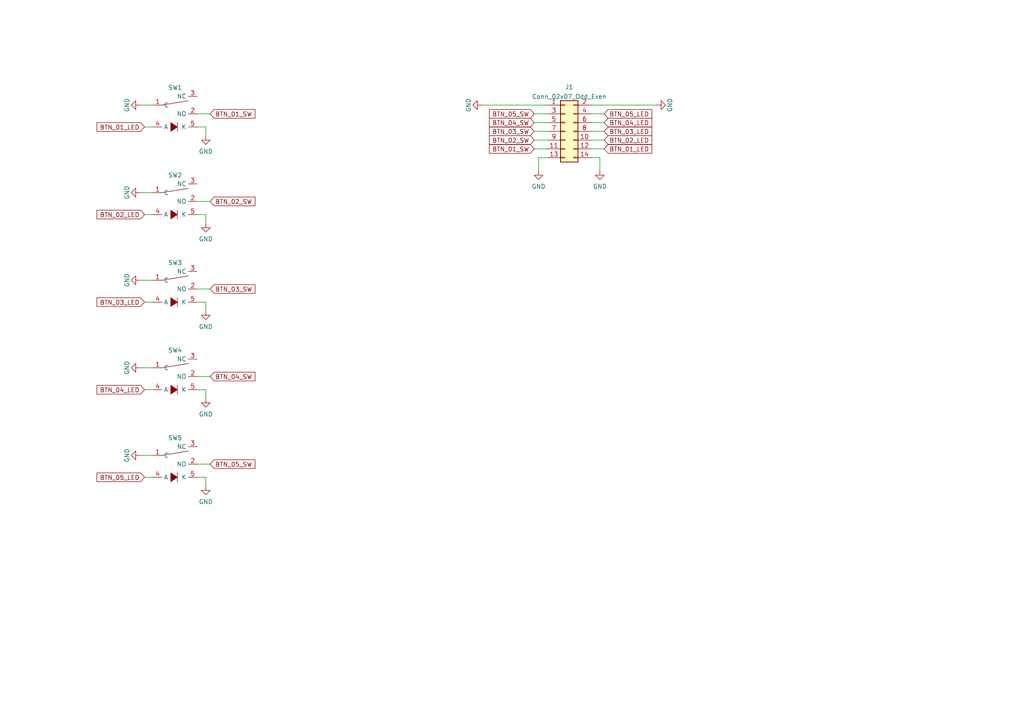
<source format=kicad_sch>
(kicad_sch (version 20211123) (generator eeschema)

  (uuid 9c2999b2-1cf1-4204-9d23-243401b77aa3)

  (paper "A4")

  (lib_symbols
    (symbol "Connector_Generic:Conn_02x07_Odd_Even" (pin_names (offset 1.016) hide) (in_bom yes) (on_board yes)
      (property "Reference" "J" (id 0) (at 1.27 10.16 0)
        (effects (font (size 1.27 1.27)))
      )
      (property "Value" "Conn_02x07_Odd_Even" (id 1) (at 1.27 -10.16 0)
        (effects (font (size 1.27 1.27)))
      )
      (property "Footprint" "" (id 2) (at 0 0 0)
        (effects (font (size 1.27 1.27)) hide)
      )
      (property "Datasheet" "~" (id 3) (at 0 0 0)
        (effects (font (size 1.27 1.27)) hide)
      )
      (property "ki_keywords" "connector" (id 4) (at 0 0 0)
        (effects (font (size 1.27 1.27)) hide)
      )
      (property "ki_description" "Generic connector, double row, 02x07, odd/even pin numbering scheme (row 1 odd numbers, row 2 even numbers), script generated (kicad-library-utils/schlib/autogen/connector/)" (id 5) (at 0 0 0)
        (effects (font (size 1.27 1.27)) hide)
      )
      (property "ki_fp_filters" "Connector*:*_2x??_*" (id 6) (at 0 0 0)
        (effects (font (size 1.27 1.27)) hide)
      )
      (symbol "Conn_02x07_Odd_Even_1_1"
        (rectangle (start -1.27 -7.493) (end 0 -7.747)
          (stroke (width 0.1524) (type default) (color 0 0 0 0))
          (fill (type none))
        )
        (rectangle (start -1.27 -4.953) (end 0 -5.207)
          (stroke (width 0.1524) (type default) (color 0 0 0 0))
          (fill (type none))
        )
        (rectangle (start -1.27 -2.413) (end 0 -2.667)
          (stroke (width 0.1524) (type default) (color 0 0 0 0))
          (fill (type none))
        )
        (rectangle (start -1.27 0.127) (end 0 -0.127)
          (stroke (width 0.1524) (type default) (color 0 0 0 0))
          (fill (type none))
        )
        (rectangle (start -1.27 2.667) (end 0 2.413)
          (stroke (width 0.1524) (type default) (color 0 0 0 0))
          (fill (type none))
        )
        (rectangle (start -1.27 5.207) (end 0 4.953)
          (stroke (width 0.1524) (type default) (color 0 0 0 0))
          (fill (type none))
        )
        (rectangle (start -1.27 7.747) (end 0 7.493)
          (stroke (width 0.1524) (type default) (color 0 0 0 0))
          (fill (type none))
        )
        (rectangle (start -1.27 8.89) (end 3.81 -8.89)
          (stroke (width 0.254) (type default) (color 0 0 0 0))
          (fill (type background))
        )
        (rectangle (start 3.81 -7.493) (end 2.54 -7.747)
          (stroke (width 0.1524) (type default) (color 0 0 0 0))
          (fill (type none))
        )
        (rectangle (start 3.81 -4.953) (end 2.54 -5.207)
          (stroke (width 0.1524) (type default) (color 0 0 0 0))
          (fill (type none))
        )
        (rectangle (start 3.81 -2.413) (end 2.54 -2.667)
          (stroke (width 0.1524) (type default) (color 0 0 0 0))
          (fill (type none))
        )
        (rectangle (start 3.81 0.127) (end 2.54 -0.127)
          (stroke (width 0.1524) (type default) (color 0 0 0 0))
          (fill (type none))
        )
        (rectangle (start 3.81 2.667) (end 2.54 2.413)
          (stroke (width 0.1524) (type default) (color 0 0 0 0))
          (fill (type none))
        )
        (rectangle (start 3.81 5.207) (end 2.54 4.953)
          (stroke (width 0.1524) (type default) (color 0 0 0 0))
          (fill (type none))
        )
        (rectangle (start 3.81 7.747) (end 2.54 7.493)
          (stroke (width 0.1524) (type default) (color 0 0 0 0))
          (fill (type none))
        )
        (pin passive line (at -5.08 7.62 0) (length 3.81)
          (name "Pin_1" (effects (font (size 1.27 1.27))))
          (number "1" (effects (font (size 1.27 1.27))))
        )
        (pin passive line (at 7.62 -2.54 180) (length 3.81)
          (name "Pin_10" (effects (font (size 1.27 1.27))))
          (number "10" (effects (font (size 1.27 1.27))))
        )
        (pin passive line (at -5.08 -5.08 0) (length 3.81)
          (name "Pin_11" (effects (font (size 1.27 1.27))))
          (number "11" (effects (font (size 1.27 1.27))))
        )
        (pin passive line (at 7.62 -5.08 180) (length 3.81)
          (name "Pin_12" (effects (font (size 1.27 1.27))))
          (number "12" (effects (font (size 1.27 1.27))))
        )
        (pin passive line (at -5.08 -7.62 0) (length 3.81)
          (name "Pin_13" (effects (font (size 1.27 1.27))))
          (number "13" (effects (font (size 1.27 1.27))))
        )
        (pin passive line (at 7.62 -7.62 180) (length 3.81)
          (name "Pin_14" (effects (font (size 1.27 1.27))))
          (number "14" (effects (font (size 1.27 1.27))))
        )
        (pin passive line (at 7.62 7.62 180) (length 3.81)
          (name "Pin_2" (effects (font (size 1.27 1.27))))
          (number "2" (effects (font (size 1.27 1.27))))
        )
        (pin passive line (at -5.08 5.08 0) (length 3.81)
          (name "Pin_3" (effects (font (size 1.27 1.27))))
          (number "3" (effects (font (size 1.27 1.27))))
        )
        (pin passive line (at 7.62 5.08 180) (length 3.81)
          (name "Pin_4" (effects (font (size 1.27 1.27))))
          (number "4" (effects (font (size 1.27 1.27))))
        )
        (pin passive line (at -5.08 2.54 0) (length 3.81)
          (name "Pin_5" (effects (font (size 1.27 1.27))))
          (number "5" (effects (font (size 1.27 1.27))))
        )
        (pin passive line (at 7.62 2.54 180) (length 3.81)
          (name "Pin_6" (effects (font (size 1.27 1.27))))
          (number "6" (effects (font (size 1.27 1.27))))
        )
        (pin passive line (at -5.08 0 0) (length 3.81)
          (name "Pin_7" (effects (font (size 1.27 1.27))))
          (number "7" (effects (font (size 1.27 1.27))))
        )
        (pin passive line (at 7.62 0 180) (length 3.81)
          (name "Pin_8" (effects (font (size 1.27 1.27))))
          (number "8" (effects (font (size 1.27 1.27))))
        )
        (pin passive line (at -5.08 -2.54 0) (length 3.81)
          (name "Pin_9" (effects (font (size 1.27 1.27))))
          (number "9" (effects (font (size 1.27 1.27))))
        )
      )
    )
    (symbol "kiu:PushButtonLED" (in_bom yes) (on_board yes)
      (property "Reference" "SW" (id 0) (at 0 7.62 0)
        (effects (font (size 1.27 1.27)))
      )
      (property "Value" "PushButtonLED" (id 1) (at 0 5.08 0)
        (effects (font (size 1.27 1.27)))
      )
      (property "Footprint" "" (id 2) (at 0 0 0)
        (effects (font (size 1.27 1.27)) hide)
      )
      (property "Datasheet" "" (id 3) (at 0 0 0)
        (effects (font (size 1.27 1.27)) hide)
      )
      (symbol "PushButtonLED_0_0"
        (polyline
          (pts
            (xy -3.81 0)
            (xy 3.81 1.27)
          )
          (stroke (width 0) (type default) (color 0 0 0 0))
          (fill (type none))
        )
        (polyline
          (pts
            (xy 0.635 -7.62)
            (xy 0.635 -5.08)
          )
          (stroke (width 0) (type default) (color 0 0 0 0))
          (fill (type none))
        )
        (polyline
          (pts
            (xy 0.635 -6.35)
            (xy -1.27 -7.62)
            (xy -1.27 -5.08)
            (xy 0.635 -6.35)
          )
          (stroke (width 0) (type default) (color 0 0 0 0))
          (fill (type outline))
        )
      )
      (symbol "PushButtonLED_0_1"
        (pin passive line (at -6.35 -6.35 0) (length 2.54)
          (name "A" (effects (font (size 1.27 1.27))))
          (number "4" (effects (font (size 1.27 1.27))))
        )
        (pin passive line (at 6.35 -6.35 180) (length 2.54)
          (name "K" (effects (font (size 1.27 1.27))))
          (number "5" (effects (font (size 1.27 1.27))))
        )
      )
      (symbol "PushButtonLED_1_1"
        (pin passive line (at -6.35 0 0) (length 2.54)
          (name "C" (effects (font (size 1.27 1.27))))
          (number "1" (effects (font (size 1.27 1.27))))
        )
        (pin passive line (at 6.35 -2.54 180) (length 2.54)
          (name "NO" (effects (font (size 1.27 1.27))))
          (number "2" (effects (font (size 1.27 1.27))))
        )
        (pin passive line (at 6.35 2.54 180) (length 2.54)
          (name "NC" (effects (font (size 1.27 1.27))))
          (number "3" (effects (font (size 1.27 1.27))))
        )
      )
    )
    (symbol "power:GND" (power) (pin_names (offset 0)) (in_bom yes) (on_board yes)
      (property "Reference" "#PWR" (id 0) (at 0 -6.35 0)
        (effects (font (size 1.27 1.27)) hide)
      )
      (property "Value" "GND" (id 1) (at 0 -3.81 0)
        (effects (font (size 1.27 1.27)))
      )
      (property "Footprint" "" (id 2) (at 0 0 0)
        (effects (font (size 1.27 1.27)) hide)
      )
      (property "Datasheet" "" (id 3) (at 0 0 0)
        (effects (font (size 1.27 1.27)) hide)
      )
      (property "ki_keywords" "power-flag" (id 4) (at 0 0 0)
        (effects (font (size 1.27 1.27)) hide)
      )
      (property "ki_description" "Power symbol creates a global label with name \"GND\" , ground" (id 5) (at 0 0 0)
        (effects (font (size 1.27 1.27)) hide)
      )
      (symbol "GND_0_1"
        (polyline
          (pts
            (xy 0 0)
            (xy 0 -1.27)
            (xy 1.27 -1.27)
            (xy 0 -2.54)
            (xy -1.27 -1.27)
            (xy 0 -1.27)
          )
          (stroke (width 0) (type default) (color 0 0 0 0))
          (fill (type none))
        )
      )
      (symbol "GND_1_1"
        (pin power_in line (at 0 0 270) (length 0) hide
          (name "GND" (effects (font (size 1.27 1.27))))
          (number "1" (effects (font (size 1.27 1.27))))
        )
      )
    )
  )


  (wire (pts (xy 57.15 113.03) (xy 59.69 113.03))
    (stroke (width 0) (type default) (color 0 0 0 0))
    (uuid 01cb3355-d0a5-4b37-934f-0a38773e46c7)
  )
  (wire (pts (xy 59.69 138.43) (xy 59.69 140.97))
    (stroke (width 0) (type default) (color 0 0 0 0))
    (uuid 02449b7f-8862-432e-81c3-a1347e8aedae)
  )
  (wire (pts (xy 57.15 62.23) (xy 59.69 62.23))
    (stroke (width 0) (type default) (color 0 0 0 0))
    (uuid 0c3f9258-be2b-48de-9259-170d3e5cce90)
  )
  (wire (pts (xy 40.64 55.88) (xy 44.45 55.88))
    (stroke (width 0) (type default) (color 0 0 0 0))
    (uuid 1c63909d-9c00-4849-a8bb-66d4457c444a)
  )
  (wire (pts (xy 41.91 62.23) (xy 44.45 62.23))
    (stroke (width 0) (type default) (color 0 0 0 0))
    (uuid 21830b92-c407-4ef4-9137-1c85c2319a4d)
  )
  (wire (pts (xy 171.45 40.64) (xy 175.26 40.64))
    (stroke (width 0) (type default) (color 0 0 0 0))
    (uuid 25693a16-b2fc-4d5f-9399-629dd6b319ae)
  )
  (wire (pts (xy 171.45 30.48) (xy 190.5 30.48))
    (stroke (width 0) (type default) (color 0 0 0 0))
    (uuid 28eb2027-6d9a-4962-9497-a4b3a97fc4a9)
  )
  (wire (pts (xy 171.45 33.02) (xy 175.26 33.02))
    (stroke (width 0) (type default) (color 0 0 0 0))
    (uuid 380bbec5-ea0f-4baa-a4a4-348dd430b627)
  )
  (wire (pts (xy 156.21 45.72) (xy 158.75 45.72))
    (stroke (width 0) (type default) (color 0 0 0 0))
    (uuid 38876367-4e81-42d9-b15b-0f9402cad500)
  )
  (wire (pts (xy 171.45 38.1) (xy 175.26 38.1))
    (stroke (width 0) (type default) (color 0 0 0 0))
    (uuid 4235db28-bcd2-4b7c-a263-28aa9a6cdfe8)
  )
  (wire (pts (xy 59.69 36.83) (xy 59.69 39.37))
    (stroke (width 0) (type default) (color 0 0 0 0))
    (uuid 4311174c-3154-4ce9-ba37-439eadd0193f)
  )
  (wire (pts (xy 57.15 109.22) (xy 60.96 109.22))
    (stroke (width 0) (type default) (color 0 0 0 0))
    (uuid 4727f838-4dc7-4ebf-aca7-a0940276ba57)
  )
  (wire (pts (xy 139.7 30.48) (xy 158.75 30.48))
    (stroke (width 0) (type default) (color 0 0 0 0))
    (uuid 4f5666f3-3d80-46bd-a01a-01015932d32b)
  )
  (wire (pts (xy 40.64 81.28) (xy 44.45 81.28))
    (stroke (width 0) (type default) (color 0 0 0 0))
    (uuid 50dc41c3-8b27-4c97-a015-539c0cb0677b)
  )
  (wire (pts (xy 57.15 138.43) (xy 59.69 138.43))
    (stroke (width 0) (type default) (color 0 0 0 0))
    (uuid 520e9cf1-d258-4e9e-aa1d-fb4ec561d986)
  )
  (wire (pts (xy 154.94 33.02) (xy 158.75 33.02))
    (stroke (width 0) (type default) (color 0 0 0 0))
    (uuid 536f4344-76cd-467f-b1c4-ee65750b6061)
  )
  (wire (pts (xy 59.69 113.03) (xy 59.69 115.57))
    (stroke (width 0) (type default) (color 0 0 0 0))
    (uuid 601c3f81-17e3-4523-a5ef-8f50361f470d)
  )
  (wire (pts (xy 154.94 38.1) (xy 158.75 38.1))
    (stroke (width 0) (type default) (color 0 0 0 0))
    (uuid 613f1354-df6e-433a-8a8e-ce370ce1de2b)
  )
  (wire (pts (xy 171.45 35.56) (xy 175.26 35.56))
    (stroke (width 0) (type default) (color 0 0 0 0))
    (uuid 68fa40c9-e539-4829-ad1d-554ea756e3dd)
  )
  (wire (pts (xy 57.15 87.63) (xy 59.69 87.63))
    (stroke (width 0) (type default) (color 0 0 0 0))
    (uuid 6d7e9164-afce-42ac-85ec-1f9296dfe394)
  )
  (wire (pts (xy 40.64 132.08) (xy 44.45 132.08))
    (stroke (width 0) (type default) (color 0 0 0 0))
    (uuid 78eb5fa0-1dc5-465b-8d0e-256cedc4784b)
  )
  (wire (pts (xy 57.15 83.82) (xy 60.96 83.82))
    (stroke (width 0) (type default) (color 0 0 0 0))
    (uuid 7e41b2f6-b000-4b6c-a0e6-ee2e2a43b776)
  )
  (wire (pts (xy 40.64 106.68) (xy 44.45 106.68))
    (stroke (width 0) (type default) (color 0 0 0 0))
    (uuid 7f95c272-c326-4699-b0fb-436f53af0f5a)
  )
  (wire (pts (xy 41.91 36.83) (xy 44.45 36.83))
    (stroke (width 0) (type default) (color 0 0 0 0))
    (uuid 85c24c60-5061-430c-a5ed-edcafaf624f4)
  )
  (wire (pts (xy 154.94 40.64) (xy 158.75 40.64))
    (stroke (width 0) (type default) (color 0 0 0 0))
    (uuid 8d75ffa7-3008-4946-8011-f6c5e05390c5)
  )
  (wire (pts (xy 173.99 45.72) (xy 173.99 49.53))
    (stroke (width 0) (type default) (color 0 0 0 0))
    (uuid 8ef02c90-d271-434e-adfd-84cd4ad33655)
  )
  (wire (pts (xy 171.45 43.18) (xy 175.26 43.18))
    (stroke (width 0) (type default) (color 0 0 0 0))
    (uuid 93784a8d-51e1-4118-87dd-0497fd506693)
  )
  (wire (pts (xy 171.45 45.72) (xy 173.99 45.72))
    (stroke (width 0) (type default) (color 0 0 0 0))
    (uuid 99c205a1-9d15-44b8-b4f0-d672dd81460d)
  )
  (wire (pts (xy 40.64 30.48) (xy 44.45 30.48))
    (stroke (width 0) (type default) (color 0 0 0 0))
    (uuid a9448424-4082-4aef-a649-a1e45036ce5a)
  )
  (wire (pts (xy 41.91 138.43) (xy 44.45 138.43))
    (stroke (width 0) (type default) (color 0 0 0 0))
    (uuid affae231-8672-4de3-9b93-3aad4cc066b3)
  )
  (wire (pts (xy 57.15 134.62) (xy 60.96 134.62))
    (stroke (width 0) (type default) (color 0 0 0 0))
    (uuid c06b51dc-3ac2-48a6-b1a7-50f67e8c0a9c)
  )
  (wire (pts (xy 57.15 33.02) (xy 60.96 33.02))
    (stroke (width 0) (type default) (color 0 0 0 0))
    (uuid c0aebf53-b76c-4c27-b567-739081003eeb)
  )
  (wire (pts (xy 154.94 43.18) (xy 158.75 43.18))
    (stroke (width 0) (type default) (color 0 0 0 0))
    (uuid c8fad29f-33d0-484c-a2e6-5c4e1f5f4dcf)
  )
  (wire (pts (xy 59.69 87.63) (xy 59.69 90.17))
    (stroke (width 0) (type default) (color 0 0 0 0))
    (uuid cce84d52-a27a-489c-a3a1-8673465e810b)
  )
  (wire (pts (xy 57.15 36.83) (xy 59.69 36.83))
    (stroke (width 0) (type default) (color 0 0 0 0))
    (uuid cede2045-ace8-4eb1-84d2-5f8b1b5f3ea5)
  )
  (wire (pts (xy 57.15 58.42) (xy 60.96 58.42))
    (stroke (width 0) (type default) (color 0 0 0 0))
    (uuid d75a1129-ebe5-47c7-b420-ce60efca8c12)
  )
  (wire (pts (xy 154.94 35.56) (xy 158.75 35.56))
    (stroke (width 0) (type default) (color 0 0 0 0))
    (uuid d76c829f-fc6a-4485-87e9-4199061a2104)
  )
  (wire (pts (xy 156.21 45.72) (xy 156.21 49.53))
    (stroke (width 0) (type default) (color 0 0 0 0))
    (uuid d8423d31-e0b8-40c7-825e-4ab6af9d6b84)
  )
  (wire (pts (xy 59.69 62.23) (xy 59.69 64.77))
    (stroke (width 0) (type default) (color 0 0 0 0))
    (uuid e4946259-4869-499c-8a6c-311ca76a35db)
  )
  (wire (pts (xy 41.91 113.03) (xy 44.45 113.03))
    (stroke (width 0) (type default) (color 0 0 0 0))
    (uuid ece43826-7c6d-4fd6-b73b-413a669d7386)
  )
  (wire (pts (xy 41.91 87.63) (xy 44.45 87.63))
    (stroke (width 0) (type default) (color 0 0 0 0))
    (uuid f8684aea-be3b-4c56-8991-1c498a189ba7)
  )

  (global_label "BTN_01_LED" (shape input) (at 41.91 36.83 180) (fields_autoplaced)
    (effects (font (size 1.27 1.27)) (justify right))
    (uuid 0d3e21be-1a7d-4203-ad2c-6efa8e1cbf2a)
    (property "Intersheet References" "${INTERSHEET_REFS}" (id 0) (at 28.1274 36.7506 0)
      (effects (font (size 1.27 1.27)) (justify right) hide)
    )
  )
  (global_label "BTN_03_LED" (shape input) (at 175.26 38.1 0) (fields_autoplaced)
    (effects (font (size 1.27 1.27)) (justify left))
    (uuid 1d756790-4bfb-4252-87a0-736b95478a1b)
    (property "Intersheet References" "${INTERSHEET_REFS}" (id 0) (at 189.0426 38.0206 0)
      (effects (font (size 1.27 1.27)) (justify left) hide)
    )
  )
  (global_label "BTN_02_SW" (shape input) (at 60.96 58.42 0) (fields_autoplaced)
    (effects (font (size 1.27 1.27)) (justify left))
    (uuid 453519c4-445f-495b-8fee-225f9961bb50)
    (property "Intersheet References" "${INTERSHEET_REFS}" (id 0) (at 73.9564 58.3406 0)
      (effects (font (size 1.27 1.27)) (justify left) hide)
    )
  )
  (global_label "BTN_04_SW" (shape input) (at 60.96 109.22 0) (fields_autoplaced)
    (effects (font (size 1.27 1.27)) (justify left))
    (uuid 463216db-6ce4-4bc3-b911-4f398f30cd69)
    (property "Intersheet References" "${INTERSHEET_REFS}" (id 0) (at 73.9564 109.1406 0)
      (effects (font (size 1.27 1.27)) (justify left) hide)
    )
  )
  (global_label "BTN_05_SW" (shape input) (at 154.94 33.02 180) (fields_autoplaced)
    (effects (font (size 1.27 1.27)) (justify right))
    (uuid 46ee9aa3-1469-4f4c-8f6a-e26fd224d54f)
    (property "Intersheet References" "${INTERSHEET_REFS}" (id 0) (at 141.9436 32.9406 0)
      (effects (font (size 1.27 1.27)) (justify right) hide)
    )
  )
  (global_label "BTN_04_LED" (shape input) (at 41.91 113.03 180) (fields_autoplaced)
    (effects (font (size 1.27 1.27)) (justify right))
    (uuid 4f4d591f-bccd-4d8c-9582-6ca2f6732688)
    (property "Intersheet References" "${INTERSHEET_REFS}" (id 0) (at 28.1274 112.9506 0)
      (effects (font (size 1.27 1.27)) (justify right) hide)
    )
  )
  (global_label "BTN_04_SW" (shape input) (at 154.94 35.56 180) (fields_autoplaced)
    (effects (font (size 1.27 1.27)) (justify right))
    (uuid 507bbc72-00a5-4c90-85c1-e98dbf651efa)
    (property "Intersheet References" "${INTERSHEET_REFS}" (id 0) (at 141.9436 35.4806 0)
      (effects (font (size 1.27 1.27)) (justify right) hide)
    )
  )
  (global_label "BTN_03_SW" (shape input) (at 60.96 83.82 0) (fields_autoplaced)
    (effects (font (size 1.27 1.27)) (justify left))
    (uuid 50c09c86-1d17-4cdb-824e-23f270a46cc6)
    (property "Intersheet References" "${INTERSHEET_REFS}" (id 0) (at 73.9564 83.7406 0)
      (effects (font (size 1.27 1.27)) (justify left) hide)
    )
  )
  (global_label "BTN_05_LED" (shape input) (at 41.91 138.43 180) (fields_autoplaced)
    (effects (font (size 1.27 1.27)) (justify right))
    (uuid 5e97a57e-8e2c-4e29-9302-6067f2e87b8c)
    (property "Intersheet References" "${INTERSHEET_REFS}" (id 0) (at 28.1274 138.3506 0)
      (effects (font (size 1.27 1.27)) (justify right) hide)
    )
  )
  (global_label "BTN_02_LED" (shape input) (at 175.26 40.64 0) (fields_autoplaced)
    (effects (font (size 1.27 1.27)) (justify left))
    (uuid 87eb8299-c72e-469b-b803-bf023977af16)
    (property "Intersheet References" "${INTERSHEET_REFS}" (id 0) (at 189.0426 40.5606 0)
      (effects (font (size 1.27 1.27)) (justify left) hide)
    )
  )
  (global_label "BTN_04_LED" (shape input) (at 175.26 35.56 0) (fields_autoplaced)
    (effects (font (size 1.27 1.27)) (justify left))
    (uuid 94e5f1a2-f874-43d8-8e97-19d7c4c46105)
    (property "Intersheet References" "${INTERSHEET_REFS}" (id 0) (at 189.0426 35.4806 0)
      (effects (font (size 1.27 1.27)) (justify left) hide)
    )
  )
  (global_label "BTN_02_LED" (shape input) (at 41.91 62.23 180) (fields_autoplaced)
    (effects (font (size 1.27 1.27)) (justify right))
    (uuid a5dd618b-2c21-43ff-869c-6eee7b863379)
    (property "Intersheet References" "${INTERSHEET_REFS}" (id 0) (at 28.1274 62.1506 0)
      (effects (font (size 1.27 1.27)) (justify right) hide)
    )
  )
  (global_label "BTN_05_SW" (shape input) (at 60.96 134.62 0) (fields_autoplaced)
    (effects (font (size 1.27 1.27)) (justify left))
    (uuid a63aad91-8157-4535-86aa-3d62deae3879)
    (property "Intersheet References" "${INTERSHEET_REFS}" (id 0) (at 73.9564 134.5406 0)
      (effects (font (size 1.27 1.27)) (justify left) hide)
    )
  )
  (global_label "BTN_03_LED" (shape input) (at 41.91 87.63 180) (fields_autoplaced)
    (effects (font (size 1.27 1.27)) (justify right))
    (uuid a83d7b77-f15e-47c7-91e8-07a3c7db3211)
    (property "Intersheet References" "${INTERSHEET_REFS}" (id 0) (at 28.1274 87.5506 0)
      (effects (font (size 1.27 1.27)) (justify right) hide)
    )
  )
  (global_label "BTN_01_LED" (shape input) (at 175.26 43.18 0) (fields_autoplaced)
    (effects (font (size 1.27 1.27)) (justify left))
    (uuid b82b2b73-b129-4732-9ce3-44a7d1769108)
    (property "Intersheet References" "${INTERSHEET_REFS}" (id 0) (at 189.0426 43.2594 0)
      (effects (font (size 1.27 1.27)) (justify left) hide)
    )
  )
  (global_label "BTN_03_SW" (shape input) (at 154.94 38.1 180) (fields_autoplaced)
    (effects (font (size 1.27 1.27)) (justify right))
    (uuid be6e4fb7-75a8-47f6-877f-1103c76cb164)
    (property "Intersheet References" "${INTERSHEET_REFS}" (id 0) (at 141.9436 38.0206 0)
      (effects (font (size 1.27 1.27)) (justify right) hide)
    )
  )
  (global_label "BTN_01_SW" (shape input) (at 154.94 43.18 180) (fields_autoplaced)
    (effects (font (size 1.27 1.27)) (justify right))
    (uuid d7152c47-f6c9-46dd-977b-18a24c3088bc)
    (property "Intersheet References" "${INTERSHEET_REFS}" (id 0) (at 141.9436 43.2594 0)
      (effects (font (size 1.27 1.27)) (justify right) hide)
    )
  )
  (global_label "BTN_01_SW" (shape input) (at 60.96 33.02 0) (fields_autoplaced)
    (effects (font (size 1.27 1.27)) (justify left))
    (uuid e554afbf-58b9-4e57-a2d3-1bad718ad83d)
    (property "Intersheet References" "${INTERSHEET_REFS}" (id 0) (at 73.9564 32.9406 0)
      (effects (font (size 1.27 1.27)) (justify left) hide)
    )
  )
  (global_label "BTN_05_LED" (shape input) (at 175.26 33.02 0) (fields_autoplaced)
    (effects (font (size 1.27 1.27)) (justify left))
    (uuid f40c9544-a22f-4b29-a4ce-11453972f7be)
    (property "Intersheet References" "${INTERSHEET_REFS}" (id 0) (at 189.0426 32.9406 0)
      (effects (font (size 1.27 1.27)) (justify left) hide)
    )
  )
  (global_label "BTN_02_SW" (shape input) (at 154.94 40.64 180) (fields_autoplaced)
    (effects (font (size 1.27 1.27)) (justify right))
    (uuid fc6e763f-75d3-422f-ba03-c20880863b43)
    (property "Intersheet References" "${INTERSHEET_REFS}" (id 0) (at 141.9436 40.5606 0)
      (effects (font (size 1.27 1.27)) (justify right) hide)
    )
  )

  (symbol (lib_id "kiu:PushButtonLED") (at 50.8 30.48 0) (unit 1)
    (in_bom yes) (on_board yes)
    (uuid 0245a660-38c3-472e-ac68-f4907508511e)
    (property "Reference" "SW1" (id 0) (at 50.8 25.4 0))
    (property "Value" "PushButtonLED" (id 1) (at 50.8 26.8756 0)
      (effects (font (size 1.27 1.27)) hide)
    )
    (property "Footprint" "kiu-footprints:PushButtonLED18" (id 2) (at 50.8 30.48 0)
      (effects (font (size 1.27 1.27)) hide)
    )
    (property "Datasheet" "" (id 3) (at 50.8 30.48 0)
      (effects (font (size 1.27 1.27)) hide)
    )
    (pin "4" (uuid 955b6de8-de98-4016-a1b9-f7b9ac4b9c04))
    (pin "5" (uuid 5d04dd07-5429-4946-8ba2-d41724e6f7bf))
    (pin "1" (uuid deb2c260-0082-4ad8-9b6b-9e11670b4b40))
    (pin "2" (uuid dee35338-dd10-4116-91e4-2b45185297ba))
    (pin "3" (uuid da32ab22-ae78-4fbd-8ff8-f259ea0cda7c))
  )

  (symbol (lib_id "power:GND") (at 59.69 115.57 0) (unit 1)
    (in_bom yes) (on_board yes) (fields_autoplaced)
    (uuid 02b0466f-10c5-436e-9d50-71a61edc1115)
    (property "Reference" "#PWR0111" (id 0) (at 59.69 121.92 0)
      (effects (font (size 1.27 1.27)) hide)
    )
    (property "Value" "GND" (id 1) (at 59.69 120.1325 0))
    (property "Footprint" "" (id 2) (at 59.69 115.57 0)
      (effects (font (size 1.27 1.27)) hide)
    )
    (property "Datasheet" "" (id 3) (at 59.69 115.57 0)
      (effects (font (size 1.27 1.27)) hide)
    )
    (pin "1" (uuid cd403beb-0dd5-4ede-8e78-46759fafbde5))
  )

  (symbol (lib_id "Connector_Generic:Conn_02x07_Odd_Even") (at 163.83 38.1 0) (unit 1)
    (in_bom yes) (on_board yes) (fields_autoplaced)
    (uuid 1bc69943-163a-4f23-a1b2-869455d3610c)
    (property "Reference" "J1" (id 0) (at 165.1 25.2435 0))
    (property "Value" "Conn_02x07_Odd_Even" (id 1) (at 165.1 28.0186 0))
    (property "Footprint" "Connector_IDC:IDC-Header_2x07_P2.54mm_Horizontal" (id 2) (at 163.83 38.1 0)
      (effects (font (size 1.27 1.27)) hide)
    )
    (property "Datasheet" "~" (id 3) (at 163.83 38.1 0)
      (effects (font (size 1.27 1.27)) hide)
    )
    (pin "1" (uuid b5ea13a8-3e37-4201-b115-0647094f76a8))
    (pin "10" (uuid 229089b5-d96a-45a7-930c-5b21e68180d7))
    (pin "11" (uuid 60af2486-27b0-4394-8b74-bf0b63a58ade))
    (pin "12" (uuid 642bef19-f089-4145-8521-0c78a2141a57))
    (pin "13" (uuid 93ebecb5-a9cc-4d2c-95d6-f1997abc5a8e))
    (pin "14" (uuid 5e707534-c918-46f7-a5cb-689e5a18b5bb))
    (pin "2" (uuid 6f80fbb2-ac4c-4cbd-929c-985047ad8ccc))
    (pin "3" (uuid e7a006ce-0f82-4892-91e0-922dbe7a9a24))
    (pin "4" (uuid 3836c63d-ca60-4e8e-a339-40980bdccc31))
    (pin "5" (uuid 288344de-d424-4b26-b740-94d18e9ae516))
    (pin "6" (uuid eec00f97-9726-4990-8aef-95005e7267d9))
    (pin "7" (uuid 1ddaccf1-4d0b-44e5-b2c4-dfcabfdb2934))
    (pin "8" (uuid 58633a66-53a7-4a80-bb62-9adf9147da29))
    (pin "9" (uuid d23ca5ac-bc4d-44a2-90ac-0b3eaa4af6f8))
  )

  (symbol (lib_id "power:GND") (at 59.69 64.77 0) (unit 1)
    (in_bom yes) (on_board yes) (fields_autoplaced)
    (uuid 31693bcb-e71c-4eae-ac61-1ee67b70608e)
    (property "Reference" "#PWR0101" (id 0) (at 59.69 71.12 0)
      (effects (font (size 1.27 1.27)) hide)
    )
    (property "Value" "GND" (id 1) (at 59.69 69.3325 0))
    (property "Footprint" "" (id 2) (at 59.69 64.77 0)
      (effects (font (size 1.27 1.27)) hide)
    )
    (property "Datasheet" "" (id 3) (at 59.69 64.77 0)
      (effects (font (size 1.27 1.27)) hide)
    )
    (pin "1" (uuid b6eec7a3-74c8-446d-9020-61884eab3e22))
  )

  (symbol (lib_id "power:GND") (at 40.64 132.08 270) (unit 1)
    (in_bom yes) (on_board yes)
    (uuid 37342ce6-e6a6-4d0a-8c8c-c1b9177ac622)
    (property "Reference" "#PWR0112" (id 0) (at 34.29 132.08 0)
      (effects (font (size 1.27 1.27)) hide)
    )
    (property "Value" "GND" (id 1) (at 36.83 132.08 0))
    (property "Footprint" "" (id 2) (at 40.64 132.08 0)
      (effects (font (size 1.27 1.27)) hide)
    )
    (property "Datasheet" "" (id 3) (at 40.64 132.08 0)
      (effects (font (size 1.27 1.27)) hide)
    )
    (pin "1" (uuid 940cd4e4-73a2-49e9-9314-1a4ec55b2abb))
  )

  (symbol (lib_id "power:GND") (at 59.69 90.17 0) (unit 1)
    (in_bom yes) (on_board yes) (fields_autoplaced)
    (uuid 405ff6a8-fdb3-4c39-b86c-6bc673867694)
    (property "Reference" "#PWR0102" (id 0) (at 59.69 96.52 0)
      (effects (font (size 1.27 1.27)) hide)
    )
    (property "Value" "GND" (id 1) (at 59.69 94.7325 0))
    (property "Footprint" "" (id 2) (at 59.69 90.17 0)
      (effects (font (size 1.27 1.27)) hide)
    )
    (property "Datasheet" "" (id 3) (at 59.69 90.17 0)
      (effects (font (size 1.27 1.27)) hide)
    )
    (pin "1" (uuid ae986c4b-a0b4-496f-b69c-688648bf62bd))
  )

  (symbol (lib_id "kiu:PushButtonLED") (at 50.8 55.88 0) (unit 1)
    (in_bom yes) (on_board yes)
    (uuid 41012f7d-ba65-4723-a315-4ded91405182)
    (property "Reference" "SW2" (id 0) (at 50.8 50.8 0))
    (property "Value" "PushButtonLED" (id 1) (at 50.8 52.2756 0)
      (effects (font (size 1.27 1.27)) hide)
    )
    (property "Footprint" "kiu-footprints:PushButtonLED18" (id 2) (at 50.8 55.88 0)
      (effects (font (size 1.27 1.27)) hide)
    )
    (property "Datasheet" "" (id 3) (at 50.8 55.88 0)
      (effects (font (size 1.27 1.27)) hide)
    )
    (pin "4" (uuid ef8f4047-cb55-48f3-a860-37909f8f1ff7))
    (pin "5" (uuid 046e1274-446d-4276-82d9-0937d3d4ea15))
    (pin "1" (uuid 89477fbe-9f1f-4284-99de-73ccb1bcefb7))
    (pin "2" (uuid 944db7da-8c18-42e9-9fd4-37895fd203fd))
    (pin "3" (uuid 64fe716b-d516-417e-b154-84fedfefa893))
  )

  (symbol (lib_id "power:GND") (at 190.5 30.48 90) (unit 1)
    (in_bom yes) (on_board yes)
    (uuid 60de6f28-5880-4bb8-bd3a-47f9428e1ec4)
    (property "Reference" "#PWR0114" (id 0) (at 196.85 30.48 0)
      (effects (font (size 1.27 1.27)) hide)
    )
    (property "Value" "GND" (id 1) (at 194.31 30.48 0))
    (property "Footprint" "" (id 2) (at 190.5 30.48 0)
      (effects (font (size 1.27 1.27)) hide)
    )
    (property "Datasheet" "" (id 3) (at 190.5 30.48 0)
      (effects (font (size 1.27 1.27)) hide)
    )
    (pin "1" (uuid 6bbb5f24-1cdc-4c09-8f1c-68c0eb3ccc4e))
  )

  (symbol (lib_id "power:GND") (at 156.21 49.53 0) (unit 1)
    (in_bom yes) (on_board yes) (fields_autoplaced)
    (uuid 8a2a26e6-e396-4f1b-a32a-3291a6d9c8b3)
    (property "Reference" "#PWR0108" (id 0) (at 156.21 55.88 0)
      (effects (font (size 1.27 1.27)) hide)
    )
    (property "Value" "GND" (id 1) (at 156.21 54.0925 0))
    (property "Footprint" "" (id 2) (at 156.21 49.53 0)
      (effects (font (size 1.27 1.27)) hide)
    )
    (property "Datasheet" "" (id 3) (at 156.21 49.53 0)
      (effects (font (size 1.27 1.27)) hide)
    )
    (pin "1" (uuid bdb6d313-a6d0-429c-82c7-5cc466cb52cf))
  )

  (symbol (lib_id "kiu:PushButtonLED") (at 50.8 132.08 0) (unit 1)
    (in_bom yes) (on_board yes)
    (uuid a5c8fc28-33d3-4347-8718-203fec0f1a03)
    (property "Reference" "SW5" (id 0) (at 50.8 127 0))
    (property "Value" "PushButtonLED" (id 1) (at 50.8 128.4756 0)
      (effects (font (size 1.27 1.27)) hide)
    )
    (property "Footprint" "kiu-footprints:PushButtonLED24" (id 2) (at 50.8 132.08 0)
      (effects (font (size 1.27 1.27)) hide)
    )
    (property "Datasheet" "" (id 3) (at 50.8 132.08 0)
      (effects (font (size 1.27 1.27)) hide)
    )
    (pin "4" (uuid 55040de0-0d8f-4b4d-bfb9-5166548cd749))
    (pin "5" (uuid f524852d-06a7-44f9-85e9-c9bf2b36f721))
    (pin "1" (uuid 4b230297-d242-4d50-b0da-caf7751fdd01))
    (pin "2" (uuid 0be3cd4e-3173-44e7-ad41-6f9ce2bf1b1d))
    (pin "3" (uuid 59a89630-a9c8-449e-bedd-813615e59f25))
  )

  (symbol (lib_id "power:GND") (at 40.64 55.88 270) (unit 1)
    (in_bom yes) (on_board yes)
    (uuid aaa8b535-366a-43cb-95b5-4b40d7d9a053)
    (property "Reference" "#PWR0106" (id 0) (at 34.29 55.88 0)
      (effects (font (size 1.27 1.27)) hide)
    )
    (property "Value" "GND" (id 1) (at 36.83 55.88 0))
    (property "Footprint" "" (id 2) (at 40.64 55.88 0)
      (effects (font (size 1.27 1.27)) hide)
    )
    (property "Datasheet" "" (id 3) (at 40.64 55.88 0)
      (effects (font (size 1.27 1.27)) hide)
    )
    (pin "1" (uuid a78396b9-14f0-4aac-aab3-0255baa72231))
  )

  (symbol (lib_id "power:GND") (at 173.99 49.53 0) (unit 1)
    (in_bom yes) (on_board yes) (fields_autoplaced)
    (uuid afc2aba8-f892-45e7-be8b-0de6552bc8c7)
    (property "Reference" "#PWR0107" (id 0) (at 173.99 55.88 0)
      (effects (font (size 1.27 1.27)) hide)
    )
    (property "Value" "GND" (id 1) (at 173.99 54.0925 0))
    (property "Footprint" "" (id 2) (at 173.99 49.53 0)
      (effects (font (size 1.27 1.27)) hide)
    )
    (property "Datasheet" "" (id 3) (at 173.99 49.53 0)
      (effects (font (size 1.27 1.27)) hide)
    )
    (pin "1" (uuid b2639169-8960-4565-ad66-f35541d34168))
  )

  (symbol (lib_id "kiu:PushButtonLED") (at 50.8 81.28 0) (unit 1)
    (in_bom yes) (on_board yes)
    (uuid b16ef1b2-ae1a-4bc5-a0c7-76416c0276e3)
    (property "Reference" "SW3" (id 0) (at 50.8 76.2 0))
    (property "Value" "PushButtonLED" (id 1) (at 50.8 77.6756 0)
      (effects (font (size 1.27 1.27)) hide)
    )
    (property "Footprint" "kiu-footprints:PushButtonLED18" (id 2) (at 50.8 81.28 0)
      (effects (font (size 1.27 1.27)) hide)
    )
    (property "Datasheet" "" (id 3) (at 50.8 81.28 0)
      (effects (font (size 1.27 1.27)) hide)
    )
    (pin "4" (uuid 331223f1-32c7-4606-9369-2f7db3d8db12))
    (pin "5" (uuid ffd7b6ed-4538-4de7-8426-41e9a5ddfdf6))
    (pin "1" (uuid 717a915d-3a2f-48b9-990d-07bd4cfd0bc0))
    (pin "2" (uuid 97371897-2006-4e79-9aae-9fd7ac15e472))
    (pin "3" (uuid ac913db1-b55c-43d0-accc-5d74789eedd2))
  )

  (symbol (lib_id "power:GND") (at 40.64 30.48 270) (unit 1)
    (in_bom yes) (on_board yes)
    (uuid c383d68b-be34-47ce-9e43-6c0f28210846)
    (property "Reference" "#PWR0104" (id 0) (at 34.29 30.48 0)
      (effects (font (size 1.27 1.27)) hide)
    )
    (property "Value" "GND" (id 1) (at 36.83 30.48 0))
    (property "Footprint" "" (id 2) (at 40.64 30.48 0)
      (effects (font (size 1.27 1.27)) hide)
    )
    (property "Datasheet" "" (id 3) (at 40.64 30.48 0)
      (effects (font (size 1.27 1.27)) hide)
    )
    (pin "1" (uuid 677f9e1e-7706-40aa-a9ae-0517c7100400))
  )

  (symbol (lib_id "power:GND") (at 139.7 30.48 270) (unit 1)
    (in_bom yes) (on_board yes)
    (uuid cf95b885-b799-47a5-9fa5-79d0451612e4)
    (property "Reference" "#PWR0113" (id 0) (at 133.35 30.48 0)
      (effects (font (size 1.27 1.27)) hide)
    )
    (property "Value" "GND" (id 1) (at 135.89 30.48 0))
    (property "Footprint" "" (id 2) (at 139.7 30.48 0)
      (effects (font (size 1.27 1.27)) hide)
    )
    (property "Datasheet" "" (id 3) (at 139.7 30.48 0)
      (effects (font (size 1.27 1.27)) hide)
    )
    (pin "1" (uuid 79cca9d5-d2fb-410a-aeed-64f27cf1aabf))
  )

  (symbol (lib_id "power:GND") (at 59.69 39.37 0) (unit 1)
    (in_bom yes) (on_board yes) (fields_autoplaced)
    (uuid d1587487-4d17-465c-b532-8b1b991eb3c0)
    (property "Reference" "#PWR0103" (id 0) (at 59.69 45.72 0)
      (effects (font (size 1.27 1.27)) hide)
    )
    (property "Value" "GND" (id 1) (at 59.69 43.9325 0))
    (property "Footprint" "" (id 2) (at 59.69 39.37 0)
      (effects (font (size 1.27 1.27)) hide)
    )
    (property "Datasheet" "" (id 3) (at 59.69 39.37 0)
      (effects (font (size 1.27 1.27)) hide)
    )
    (pin "1" (uuid eec01465-359d-4f5d-bf24-37c9f2a7afe3))
  )

  (symbol (lib_id "power:GND") (at 40.64 106.68 270) (unit 1)
    (in_bom yes) (on_board yes)
    (uuid d288d190-19fb-4a2a-8eb1-fb0d328e5db6)
    (property "Reference" "#PWR0110" (id 0) (at 34.29 106.68 0)
      (effects (font (size 1.27 1.27)) hide)
    )
    (property "Value" "GND" (id 1) (at 36.83 106.68 0))
    (property "Footprint" "" (id 2) (at 40.64 106.68 0)
      (effects (font (size 1.27 1.27)) hide)
    )
    (property "Datasheet" "" (id 3) (at 40.64 106.68 0)
      (effects (font (size 1.27 1.27)) hide)
    )
    (pin "1" (uuid a35b6ec1-9ce9-4edd-918f-eacbfdb1eb7e))
  )

  (symbol (lib_id "power:GND") (at 59.69 140.97 0) (unit 1)
    (in_bom yes) (on_board yes) (fields_autoplaced)
    (uuid d361dbbf-ab91-4240-9a66-929cc79b7780)
    (property "Reference" "#PWR0109" (id 0) (at 59.69 147.32 0)
      (effects (font (size 1.27 1.27)) hide)
    )
    (property "Value" "GND" (id 1) (at 59.69 145.5325 0))
    (property "Footprint" "" (id 2) (at 59.69 140.97 0)
      (effects (font (size 1.27 1.27)) hide)
    )
    (property "Datasheet" "" (id 3) (at 59.69 140.97 0)
      (effects (font (size 1.27 1.27)) hide)
    )
    (pin "1" (uuid 4ffacb6f-db51-4e6f-9006-4be2617fa73c))
  )

  (symbol (lib_id "power:GND") (at 40.64 81.28 270) (unit 1)
    (in_bom yes) (on_board yes)
    (uuid f7c0c0a8-d63f-41e2-a419-f0043106dd3b)
    (property "Reference" "#PWR0105" (id 0) (at 34.29 81.28 0)
      (effects (font (size 1.27 1.27)) hide)
    )
    (property "Value" "GND" (id 1) (at 36.83 81.28 0))
    (property "Footprint" "" (id 2) (at 40.64 81.28 0)
      (effects (font (size 1.27 1.27)) hide)
    )
    (property "Datasheet" "" (id 3) (at 40.64 81.28 0)
      (effects (font (size 1.27 1.27)) hide)
    )
    (pin "1" (uuid 93448686-1aa4-4e67-a15e-43f64c4e0929))
  )

  (symbol (lib_id "kiu:PushButtonLED") (at 50.8 106.68 0) (unit 1)
    (in_bom yes) (on_board yes)
    (uuid fbd9af3c-0492-49c5-9692-f715e38f0e1a)
    (property "Reference" "SW4" (id 0) (at 50.8 101.6 0))
    (property "Value" "PushButtonLED" (id 1) (at 50.8 103.0756 0)
      (effects (font (size 1.27 1.27)) hide)
    )
    (property "Footprint" "kiu-footprints:PushButtonLED18" (id 2) (at 50.8 106.68 0)
      (effects (font (size 1.27 1.27)) hide)
    )
    (property "Datasheet" "" (id 3) (at 50.8 106.68 0)
      (effects (font (size 1.27 1.27)) hide)
    )
    (pin "4" (uuid 2e92596f-e19d-4bd0-8c51-e2ccbddb96d8))
    (pin "5" (uuid 40bc1635-48d4-465c-8058-ae580bdda0b5))
    (pin "1" (uuid d3ffd266-aa72-4bf8-b61f-3753bfa48e68))
    (pin "2" (uuid dfe40997-bd05-4daa-83c7-74144ff257a3))
    (pin "3" (uuid ce7f7e47-e5c4-4eb3-9338-fde2ab6a5e69))
  )

  (sheet_instances
    (path "/" (page "1"))
  )

  (symbol_instances
    (path "/31693bcb-e71c-4eae-ac61-1ee67b70608e"
      (reference "#PWR0101") (unit 1) (value "GND") (footprint "")
    )
    (path "/405ff6a8-fdb3-4c39-b86c-6bc673867694"
      (reference "#PWR0102") (unit 1) (value "GND") (footprint "")
    )
    (path "/d1587487-4d17-465c-b532-8b1b991eb3c0"
      (reference "#PWR0103") (unit 1) (value "GND") (footprint "")
    )
    (path "/c383d68b-be34-47ce-9e43-6c0f28210846"
      (reference "#PWR0104") (unit 1) (value "GND") (footprint "")
    )
    (path "/f7c0c0a8-d63f-41e2-a419-f0043106dd3b"
      (reference "#PWR0105") (unit 1) (value "GND") (footprint "")
    )
    (path "/aaa8b535-366a-43cb-95b5-4b40d7d9a053"
      (reference "#PWR0106") (unit 1) (value "GND") (footprint "")
    )
    (path "/afc2aba8-f892-45e7-be8b-0de6552bc8c7"
      (reference "#PWR0107") (unit 1) (value "GND") (footprint "")
    )
    (path "/8a2a26e6-e396-4f1b-a32a-3291a6d9c8b3"
      (reference "#PWR0108") (unit 1) (value "GND") (footprint "")
    )
    (path "/d361dbbf-ab91-4240-9a66-929cc79b7780"
      (reference "#PWR0109") (unit 1) (value "GND") (footprint "")
    )
    (path "/d288d190-19fb-4a2a-8eb1-fb0d328e5db6"
      (reference "#PWR0110") (unit 1) (value "GND") (footprint "")
    )
    (path "/02b0466f-10c5-436e-9d50-71a61edc1115"
      (reference "#PWR0111") (unit 1) (value "GND") (footprint "")
    )
    (path "/37342ce6-e6a6-4d0a-8c8c-c1b9177ac622"
      (reference "#PWR0112") (unit 1) (value "GND") (footprint "")
    )
    (path "/cf95b885-b799-47a5-9fa5-79d0451612e4"
      (reference "#PWR0113") (unit 1) (value "GND") (footprint "")
    )
    (path "/60de6f28-5880-4bb8-bd3a-47f9428e1ec4"
      (reference "#PWR0114") (unit 1) (value "GND") (footprint "")
    )
    (path "/1bc69943-163a-4f23-a1b2-869455d3610c"
      (reference "J1") (unit 1) (value "Conn_02x07_Odd_Even") (footprint "Connector_IDC:IDC-Header_2x07_P2.54mm_Horizontal")
    )
    (path "/0245a660-38c3-472e-ac68-f4907508511e"
      (reference "SW1") (unit 1) (value "PushButtonLED") (footprint "kiu-footprints:PushButtonLED18")
    )
    (path "/41012f7d-ba65-4723-a315-4ded91405182"
      (reference "SW2") (unit 1) (value "PushButtonLED") (footprint "kiu-footprints:PushButtonLED18")
    )
    (path "/b16ef1b2-ae1a-4bc5-a0c7-76416c0276e3"
      (reference "SW3") (unit 1) (value "PushButtonLED") (footprint "kiu-footprints:PushButtonLED18")
    )
    (path "/fbd9af3c-0492-49c5-9692-f715e38f0e1a"
      (reference "SW4") (unit 1) (value "PushButtonLED") (footprint "kiu-footprints:PushButtonLED18")
    )
    (path "/a5c8fc28-33d3-4347-8718-203fec0f1a03"
      (reference "SW5") (unit 1) (value "PushButtonLED") (footprint "kiu-footprints:PushButtonLED24")
    )
  )
)

</source>
